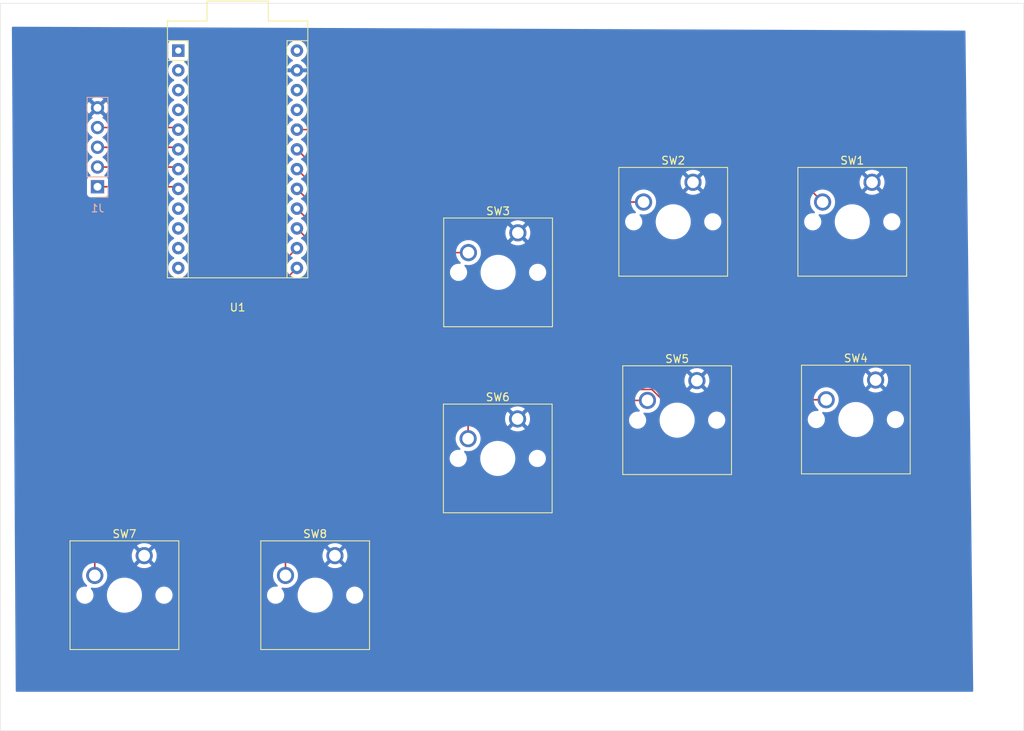
<source format=kicad_pcb>
(kicad_pcb (version 20241229) (generator "pcbnew") (generator_version "9.0")
  (layers (0 "F.Cu" signal) (2 "B.Cu" signal) (13 "F.Paste" user) (15 "B.Paste" user) (5 "F.SilkS" user "F.Silkscreen") (7 "B.SilkS" user "B.Silkscreen") (1 "F.Mask" user) (3 "B.Mask" user) (25 "Edge.Cuts" user))
  (net 0 "")
  (net 1 "GND")
  (net 2 "Net-(J1-Pin_1)")
  (net 3 "Net-(J1-Pin_2)")
  (net 4 "Net-(J1-Pin_3)")
  (net 5 "Net-(J1-Pin_4)")
  (net 13 "Net-(U1-D21{slash}A3)")
  (net 14 "Net-(U1-D20{slash}A2)")
  (net 15 "Net-(U1-D19{slash}A1)")
  (net 16 "Net-(U1-D18{slash}A0)")
  (net 17 "Net-(U1-D15)")
  (net 18 "Net-(U1-D14)")
  (net 19 "Net-(U1-D16)")
  (net 20 "Net-(U1-~D10{slash}A10)")
  (footprint "Button_Switch_Keyboard:SW_Cherry_MX_1.00u_PCB" (layer "F.Cu") (at 212.46 83.42)
    (property "Reference" "SW4" (at -2.54 -2.794 0) (layer "F.SilkS"))
    (property "Value" "SW_Push")
    (fp_line (start -9.525 -1.905) (end 4.445 -1.905) (stroke (width 0.12)) (layer "F.SilkS"))
    (fp_line (start -9.525 12.065) (end -9.525 -1.905) (stroke (width 0.12)) (layer "F.SilkS"))
    (fp_line (start 4.445 -1.905) (end 4.445 12.065) (stroke (width 0.12)) (layer "F.SilkS"))
    (fp_line (start 4.445 12.065) (end -9.525 12.065) (stroke (width 0.12)) (layer "F.SilkS"))
    (pad "" np_thru_hole circle (at -7.62 5.08) (size 1.7 1.7) (drill 1.7) (layers "*.Cu" "*.Mask"))
    (pad "" np_thru_hole circle (at -2.54 5.08) (size 4 4) (drill 4) (layers "*.Cu" "*.Mask"))
    (pad "" np_thru_hole circle (at 2.54 5.08) (size 1.7 1.7) (drill 1.7) (layers "*.Cu" "*.Mask"))
    (pad "1" thru_hole circle (at 0 0) (size 2.2 2.2) (drill 1.5) (layers "*.Cu" "*.Mask") (net 1 "GND"))
    (pad "2" thru_hole circle (at -6.35 2.54) (size 2.2 2.2) (drill 1.5) (layers "*.Cu" "*.Mask") (net 16 "Net-(U1-D18{slash}A0)"))
  )
  (footprint "Button_Switch_Keyboard:SW_Cherry_MX_1.00u_PCB" (layer "F.Cu") (at 212 58)
    (property "Reference" "SW1" (at -2.54 -2.794 0) (layer "F.SilkS"))
    (property "Value" "SW_Push")
    (fp_line (start -9.525 -1.905) (end 4.445 -1.905) (stroke (width 0.12)) (layer "F.SilkS"))
    (fp_line (start -9.525 12.065) (end -9.525 -1.905) (stroke (width 0.12)) (layer "F.SilkS"))
    (fp_line (start 4.445 -1.905) (end 4.445 12.065) (stroke (width 0.12)) (layer "F.SilkS"))
    (fp_line (start 4.445 12.065) (end -9.525 12.065) (stroke (width 0.12)) (layer "F.SilkS"))
    (pad "" np_thru_hole circle (at -7.62 5.08) (size 1.7 1.7) (drill 1.7) (layers "*.Cu" "*.Mask"))
    (pad "" np_thru_hole circle (at -2.54 5.08) (size 4 4) (drill 4) (layers "*.Cu" "*.Mask"))
    (pad "" np_thru_hole circle (at 2.54 5.08) (size 1.7 1.7) (drill 1.7) (layers "*.Cu" "*.Mask"))
    (pad "1" thru_hole circle (at 0 0) (size 2.2 2.2) (drill 1.5) (layers "*.Cu" "*.Mask") (net 1 "GND"))
    (pad "2" thru_hole circle (at -6.35 2.54) (size 2.2 2.2) (drill 1.5) (layers "*.Cu" "*.Mask") (net 13 "Net-(U1-D21{slash}A3)"))
  )
  (footprint "Button_Switch_Keyboard:SW_Cherry_MX_1.00u_PCB" (layer "F.Cu") (at 143 106)
    (property "Reference" "SW8" (at -2.54 -2.794 0) (layer "F.SilkS"))
    (property "Value" "SW_Push")
    (fp_line (start -9.525 -1.905) (end 4.445 -1.905) (stroke (width 0.12)) (layer "F.SilkS"))
    (fp_line (start -9.525 12.065) (end -9.525 -1.905) (stroke (width 0.12)) (layer "F.SilkS"))
    (fp_line (start 4.445 -1.905) (end 4.445 12.065) (stroke (width 0.12)) (layer "F.SilkS"))
    (fp_line (start 4.445 12.065) (end -9.525 12.065) (stroke (width 0.12)) (layer "F.SilkS"))
    (pad "" np_thru_hole circle (at -7.62 5.08) (size 1.7 1.7) (drill 1.7) (layers "*.Cu" "*.Mask"))
    (pad "" np_thru_hole circle (at -2.54 5.08) (size 4 4) (drill 4) (layers "*.Cu" "*.Mask"))
    (pad "" np_thru_hole circle (at 2.54 5.08) (size 1.7 1.7) (drill 1.7) (layers "*.Cu" "*.Mask"))
    (pad "1" thru_hole circle (at 0 0) (size 2.2 2.2) (drill 1.5) (layers "*.Cu" "*.Mask") (net 1 "GND"))
    (pad "2" thru_hole circle (at -6.35 2.54) (size 2.2 2.2) (drill 1.5) (layers "*.Cu" "*.Mask") (net 20 "Net-(U1-~D10{slash}A10)"))
  )
  (footprint "Button_Switch_Keyboard:SW_Cherry_MX_1.00u_PCB" (layer "F.Cu") (at 189 58)
    (property "Reference" "SW2" (at -2.54 -2.794 0) (layer "F.SilkS"))
    (property "Value" "SW_Push")
    (fp_line (start -9.525 -1.905) (end 4.445 -1.905) (stroke (width 0.12)) (layer "F.SilkS"))
    (fp_line (start -9.525 12.065) (end -9.525 -1.905) (stroke (width 0.12)) (layer "F.SilkS"))
    (fp_line (start 4.445 -1.905) (end 4.445 12.065) (stroke (width 0.12)) (layer "F.SilkS"))
    (fp_line (start 4.445 12.065) (end -9.525 12.065) (stroke (width 0.12)) (layer "F.SilkS"))
    (pad "" np_thru_hole circle (at -7.62 5.08) (size 1.7 1.7) (drill 1.7) (layers "*.Cu" "*.Mask"))
    (pad "" np_thru_hole circle (at -2.54 5.08) (size 4 4) (drill 4) (layers "*.Cu" "*.Mask"))
    (pad "" np_thru_hole circle (at 2.54 5.08) (size 1.7 1.7) (drill 1.7) (layers "*.Cu" "*.Mask"))
    (pad "1" thru_hole circle (at 0 0) (size 2.2 2.2) (drill 1.5) (layers "*.Cu" "*.Mask") (net 1 "GND"))
    (pad "2" thru_hole circle (at -6.35 2.54) (size 2.2 2.2) (drill 1.5) (layers "*.Cu" "*.Mask") (net 14 "Net-(U1-D20{slash}A2)"))
  )
  (footprint "Button_Switch_Keyboard:SW_Cherry_MX_1.00u_PCB" (layer "F.Cu") (at 189.5 83.5)
    (property "Reference" "SW5" (at -2.54 -2.794 0) (layer "F.SilkS"))
    (property "Value" "SW_Push")
    (fp_line (start -9.525 -1.905) (end 4.445 -1.905) (stroke (width 0.12)) (layer "F.SilkS"))
    (fp_line (start -9.525 12.065) (end -9.525 -1.905) (stroke (width 0.12)) (layer "F.SilkS"))
    (fp_line (start 4.445 -1.905) (end 4.445 12.065) (stroke (width 0.12)) (layer "F.SilkS"))
    (fp_line (start 4.445 12.065) (end -9.525 12.065) (stroke (width 0.12)) (layer "F.SilkS"))
    (pad "" np_thru_hole circle (at -7.62 5.08) (size 1.7 1.7) (drill 1.7) (layers "*.Cu" "*.Mask"))
    (pad "" np_thru_hole circle (at -2.54 5.08) (size 4 4) (drill 4) (layers "*.Cu" "*.Mask"))
    (pad "" np_thru_hole circle (at 2.54 5.08) (size 1.7 1.7) (drill 1.7) (layers "*.Cu" "*.Mask"))
    (pad "1" thru_hole circle (at 0 0) (size 2.2 2.2) (drill 1.5) (layers "*.Cu" "*.Mask") (net 1 "GND"))
    (pad "2" thru_hole circle (at -6.35 2.54) (size 2.2 2.2) (drill 1.5) (layers "*.Cu" "*.Mask") (net 17 "Net-(U1-D15)"))
  )
  (footprint "Button_Switch_Keyboard:SW_Cherry_MX_1.00u_PCB" (layer "F.Cu") (at 118.5 106)
    (property "Reference" "SW7" (at -2.54 -2.794 0) (layer "F.SilkS"))
    (property "Value" "SW_Push")
    (fp_line (start -9.525 -1.905) (end 4.445 -1.905) (stroke (width 0.12)) (layer "F.SilkS"))
    (fp_line (start -9.525 12.065) (end -9.525 -1.905) (stroke (width 0.12)) (layer "F.SilkS"))
    (fp_line (start 4.445 -1.905) (end 4.445 12.065) (stroke (width 0.12)) (layer "F.SilkS"))
    (fp_line (start 4.445 12.065) (end -9.525 12.065) (stroke (width 0.12)) (layer "F.SilkS"))
    (pad "" np_thru_hole circle (at -7.62 5.08) (size 1.7 1.7) (drill 1.7) (layers "*.Cu" "*.Mask"))
    (pad "" np_thru_hole circle (at -2.54 5.08) (size 4 4) (drill 4) (layers "*.Cu" "*.Mask"))
    (pad "" np_thru_hole circle (at 2.54 5.08) (size 1.7 1.7) (drill 1.7) (layers "*.Cu" "*.Mask"))
    (pad "1" thru_hole circle (at 0 0) (size 2.2 2.2) (drill 1.5) (layers "*.Cu" "*.Mask") (net 1 "GND"))
    (pad "2" thru_hole circle (at -6.35 2.54) (size 2.2 2.2) (drill 1.5) (layers "*.Cu" "*.Mask") (net 19 "Net-(U1-D16)"))
  )
  (footprint "Button_Switch_Keyboard:SW_Cherry_MX_1.00u_PCB" (layer "F.Cu") (at 166.5 64.5)
    (property "Reference" "SW3" (at -2.54 -2.794 0) (layer "F.SilkS"))
    (property "Value" "SW_Push")
    (fp_line (start -9.525 -1.905) (end 4.445 -1.905) (stroke (width 0.12)) (layer "F.SilkS"))
    (fp_line (start -9.525 12.065) (end -9.525 -1.905) (stroke (width 0.12)) (layer "F.SilkS"))
    (fp_line (start 4.445 -1.905) (end 4.445 12.065) (stroke (width 0.12)) (layer "F.SilkS"))
    (fp_line (start 4.445 12.065) (end -9.525 12.065) (stroke (width 0.12)) (layer "F.SilkS"))
    (pad "" np_thru_hole circle (at -7.62 5.08) (size 1.7 1.7) (drill 1.7) (layers "*.Cu" "*.Mask"))
    (pad "" np_thru_hole circle (at -2.54 5.08) (size 4 4) (drill 4) (layers "*.Cu" "*.Mask"))
    (pad "" np_thru_hole circle (at 2.54 5.08) (size 1.7 1.7) (drill 1.7) (layers "*.Cu" "*.Mask"))
    (pad "1" thru_hole circle (at 0 0) (size 2.2 2.2) (drill 1.5) (layers "*.Cu" "*.Mask") (net 1 "GND"))
    (pad "2" thru_hole circle (at -6.35 2.54) (size 2.2 2.2) (drill 1.5) (layers "*.Cu" "*.Mask") (net 15 "Net-(U1-D19{slash}A1)"))
  )
  (footprint "Button_Switch_Keyboard:SW_Cherry_MX_1.00u_PCB" (layer "F.Cu") (at 166.46 88.42)
    (property "Reference" "SW6" (at -2.54 -2.794 0) (layer "F.SilkS"))
    (property "Value" "SW_Push")
    (fp_line (start -9.525 -1.905) (end 4.445 -1.905) (stroke (width 0.12)) (layer "F.SilkS"))
    (fp_line (start -9.525 12.065) (end -9.525 -1.905) (stroke (width 0.12)) (layer "F.SilkS"))
    (fp_line (start 4.445 -1.905) (end 4.445 12.065) (stroke (width 0.12)) (layer "F.SilkS"))
    (fp_line (start 4.445 12.065) (end -9.525 12.065) (stroke (width 0.12)) (layer "F.SilkS"))
    (pad "" np_thru_hole circle (at -7.62 5.08) (size 1.7 1.7) (drill 1.7) (layers "*.Cu" "*.Mask"))
    (pad "" np_thru_hole circle (at -2.54 5.08) (size 4 4) (drill 4) (layers "*.Cu" "*.Mask"))
    (pad "" np_thru_hole circle (at 2.54 5.08) (size 1.7 1.7) (drill 1.7) (layers "*.Cu" "*.Mask"))
    (pad "1" thru_hole circle (at 0 0) (size 2.2 2.2) (drill 1.5) (layers "*.Cu" "*.Mask") (net 1 "GND"))
    (pad "2" thru_hole circle (at -6.35 2.54) (size 2.2 2.2) (drill 1.5) (layers "*.Cu" "*.Mask") (net 18 "Net-(U1-D14)"))
  )
  (footprint "ArcadeController:Sparkfun_Pro_Micro" (layer "F.Cu") (at 138.12 69.01 180)
    (property "Reference" "U1" (at 7.62 -5.08 0) (layer "F.SilkS"))
    (property "Value" "Sparkfun_Pro_Micro")
    (fp_line (start 16.637 31.75) (end 16.64 -1.27) (stroke (width 0.12)) (layer "F.SilkS"))
    (fp_line (start 16.637 -1.27) (end 1.27 -1.27) (stroke (width 0.12)) (layer "F.SilkS"))
    (fp_line (start 13.97 29.21) (end 16.64 29.21) (stroke (width 0.12)) (layer "F.SilkS"))
    (fp_line (start 13.97 26.67) (end 16.64 26.67) (stroke (width 0.12)) (layer "F.SilkS"))
    (fp_line (start 13.97 -1.27) (end 16.64 -1.27) (stroke (width 0.12)) (layer "F.SilkS"))
    (fp_line (start 13.97 -1.27) (end 13.97 29.21) (stroke (width 0.12)) (layer "F.SilkS"))
    (fp_line (start 11.557 34.29) (end 11.557 31.75) (stroke (width 0.12)) (layer "F.SilkS"))
    (fp_line (start 11.557 31.75) (end 16.637 31.75) (stroke (width 0.12)) (layer "F.SilkS"))
    (fp_line (start 3.683 34.29) (end 11.557 34.29) (stroke (width 0.12)) (layer "F.SilkS"))
    (fp_line (start 3.683 34.29) (end 3.683 31.75) (stroke (width 0.12)) (layer "F.SilkS"))
    (fp_line (start 1.27 29.21) (end -1.4 29.21) (stroke (width 0.12)) (layer "F.SilkS"))
    (fp_line (start 1.27 1.27) (end 1.27 29.21) (stroke (width 0.12)) (layer "F.SilkS"))
    (fp_line (start 1.27 1.27) (end 1.27 -1.27) (stroke (width 0.12)) (layer "F.SilkS"))
    (fp_line (start 1.27 -1.27) (end -1.397 -1.27) (stroke (width 0.12)) (layer "F.SilkS"))
    (fp_line (start -1.397 31.75) (end 3.683 31.75) (stroke (width 0.12)) (layer "F.SilkS"))
    (fp_line (start -1.397 -1.27) (end -1.397 31.75) (stroke (width 0.12)) (layer "F.SilkS"))
    (pad "1" thru_hole rect (at 15.24 27.94 180) (size 1.6 1.6) (drill 0.8) (layers "*.Cu" "*.Mask"))
    (pad "2" thru_hole oval (at 15.24 25.4 180) (size 1.6 1.6) (drill 0.8) (layers "*.Cu" "*.Mask"))
    (pad "3" thru_hole oval (at 15.24 22.86 180) (size 1.6 1.6) (drill 0.8) (layers "*.Cu" "*.Mask"))
    (pad "4" thru_hole oval (at 15.24 20.32 180) (size 1.6 1.6) (drill 0.8) (layers "*.Cu" "*.Mask"))
    (pad "5" thru_hole oval (at 15.24 17.78 180) (size 1.6 1.6) (drill 0.8) (layers "*.Cu" "*.Mask") (net 5 "Net-(J1-Pin_4)"))
    (pad "6" thru_hole oval (at 15.24 15.24 180) (size 1.6 1.6) (drill 0.8) (layers "*.Cu" "*.Mask") (net 4 "Net-(J1-Pin_3)"))
    (pad "7" thru_hole oval (at 15.24 12.7 180) (size 1.6 1.6) (drill 0.8) (layers "*.Cu" "*.Mask") (net 3 "Net-(J1-Pin_2)"))
    (pad "8" thru_hole oval (at 15.24 10.16 180) (size 1.6 1.6) (drill 0.8) (layers "*.Cu" "*.Mask") (net 2 "Net-(J1-Pin_1)"))
    (pad "9" thru_hole oval (at 15.24 7.62 180) (size 1.6 1.6) (drill 0.8) (layers "*.Cu" "*.Mask"))
    (pad "10" thru_hole oval (at 15.24 5.08 180) (size 1.6 1.6) (drill 0.8) (layers "*.Cu" "*.Mask"))
    (pad "11" thru_hole oval (at 15.24 2.54 180) (size 1.6 1.6) (drill 0.8) (layers "*.Cu" "*.Mask"))
    (pad "12" thru_hole oval (at 15.24 0 180) (size 1.6 1.6) (drill 0.8) (layers "*.Cu" "*.Mask"))
    (pad "13" thru_hole oval (at 0 0 180) (size 1.6 1.6) (drill 0.8) (layers "*.Cu" "*.Mask") (net 20 "Net-(U1-~D10{slash}A10)"))
    (pad "14" thru_hole oval (at 0 2.54 180) (size 1.6 1.6) (drill 0.8) (layers "*.Cu" "*.Mask") (net 19 "Net-(U1-D16)"))
    (pad "15" thru_hole oval (at 0 5.08 180) (size 1.6 1.6) (drill 0.8) (layers "*.Cu" "*.Mask") (net 18 "Net-(U1-D14)"))
    (pad "16" thru_hole oval (at 0 7.62 180) (size 1.6 1.6) (drill 0.8) (layers "*.Cu" "*.Mask") (net 17 "Net-(U1-D15)"))
    (pad "17" thru_hole oval (at 0 10.16 180) (size 1.6 1.6) (drill 0.8) (layers "*.Cu" "*.Mask") (net 16 "Net-(U1-D18{slash}A0)"))
    (pad "18" thru_hole oval (at 0 12.7 180) (size 1.6 1.6) (drill 0.8) (layers "*.Cu" "*.Mask") (net 15 "Net-(U1-D19{slash}A1)"))
    (pad "19" thru_hole oval (at 0 15.24 180) (size 1.6 1.6) (drill 0.8) (layers "*.Cu" "*.Mask") (net 14 "Net-(U1-D20{slash}A2)"))
    (pad "20" thru_hole oval (at 0 17.78 180) (size 1.6 1.6) (drill 0.8) (layers "*.Cu" "*.Mask") (net 13 "Net-(U1-D21{slash}A3)"))
    (pad "21" thru_hole oval (at 0 20.32 180) (size 1.6 1.6) (drill 0.8) (layers "*.Cu" "*.Mask"))
    (pad "22" thru_hole oval (at 0 22.86 180) (size 1.6 1.6) (drill 0.8) (layers "*.Cu" "*.Mask"))
    (pad "23" thru_hole oval (at 0 25.4 180) (size 1.6 1.6) (drill 0.8) (layers "*.Cu" "*.Mask") (net 1 "GND"))
    (pad "24" thru_hole oval (at 0 27.94 180) (size 1.6 1.6) (drill 0.8) (layers "*.Cu" "*.Mask"))
  )
  (footprint "Connector_PinSocket_2.54mm:PinSocket_1x05_P2.54mm_Vertical" (layer "B.Cu") (at 112.5 58.58)
    (property "Reference" "J1" (at 0 2.77 0) (layer "B.SilkS") (effects (justify mirror)))
    (property "Value" "Conn_01x05_Pin")
    (fp_line (start -1.33 -11.49) (end 1.33 -11.49) (stroke (width 0.12)) (layer "B.SilkS"))
    (fp_line (start -1.33 -1.27) (end -1.33 -11.49) (stroke (width 0.12)) (layer "B.SilkS"))
    (fp_line (start -1.33 -1.27) (end 1.33 -1.27) (stroke (width 0.12)) (layer "B.SilkS"))
    (fp_line (start 0 1.33) (end 1.33 1.33) (stroke (width 0.12)) (layer "B.SilkS"))
    (fp_line (start 1.33 -1.27) (end 1.33 -11.49) (stroke (width 0.12)) (layer "B.SilkS"))
    (fp_line (start 1.33 1.33) (end 1.33 0) (stroke (width 0.12)) (layer "B.SilkS"))
    (pad "1" thru_hole rect (at 0 0) (size 1.7 1.7) (drill 1) (layers "*.Cu" "*.Mask") (net 2 "Net-(J1-Pin_1)"))
    (pad "2" thru_hole circle (at 0 -2.54) (size 1.7 1.7) (drill 1) (layers "*.Cu" "*.Mask") (net 3 "Net-(J1-Pin_2)"))
    (pad "3" thru_hole circle (at 0 -5.08) (size 1.7 1.7) (drill 1) (layers "*.Cu" "*.Mask") (net 4 "Net-(J1-Pin_3)"))
    (pad "4" thru_hole circle (at 0 -7.62) (size 1.7 1.7) (drill 1) (layers "*.Cu" "*.Mask") (net 5 "Net-(J1-Pin_4)"))
    (pad "5" thru_hole circle (at 0 -10.16) (size 1.7 1.7) (drill 1) (layers "*.Cu" "*.Mask") (net 1 "GND"))
  )
  (gr_rect (start 100 35) (end 231.5 128.5) (stroke (width 0.05)) (fill no) (layer "Edge.Cuts"))
  (segment (start 112.5 58.58) (end 122.61 58.58) (width 0.2) (layer "F.Cu") (net 2))
  (segment (start 122.61 58.58) (end 122.88 58.85) (width 0.2) (layer "F.Cu") (net 2))
  (segment (start 122.61 56.04) (end 122.88 56.31) (width 0.2) (layer "F.Cu") (net 3))
  (segment (start 112.5 56.04) (end 122.61 56.04) (width 0.2) (layer "F.Cu") (net 3))
  (segment (start 112.5 53.5) (end 122.61 53.5) (width 0.2) (layer "F.Cu") (net 4))
  (segment (start 122.61 53.5) (end 122.88 53.77) (width 0.2) (layer "F.Cu") (net 4))
  (segment (start 122.61 50.96) (end 122.88 51.23) (width 0.2) (layer "F.Cu") (net 5))
  (segment (start 112.5 50.96) (end 122.61 50.96) (width 0.2) (layer "F.Cu") (net 5))
  (segment (start 138.12 51.23) (end 196.34 51.23) (width 0.2) (layer "F.Cu") (net 13))
  (segment (start 196.34 51.23) (end 205.65 60.54) (width 0.2) (layer "F.Cu") (net 13))
  (segment (start 182.65 60.54) (end 144.89 60.54) (width 0.2) (layer "F.Cu") (net 14))
  (segment (start 144.89 60.54) (end 138.12 53.77) (width 0.2) (layer "F.Cu") (net 14))
  (segment (start 160.15 67.04) (end 148.85 67.04) (width 0.2) (layer "F.Cu") (net 15))
  (segment (start 148.85 67.04) (end 138.12 56.31) (width 0.2) (layer "F.Cu") (net 15))
  (segment (start 206.11 85.96) (end 185.051314 85.96) (width 0.2) (layer "F.Cu") (net 16))
  (segment (start 163.909 84.639) (end 138.12 58.85) (width 0.2) (layer "F.Cu") (net 16))
  (segment (start 185.051314 85.96) (end 183.730314 84.639) (width 0.2) (layer "F.Cu") (net 16))
  (segment (start 183.730314 84.639) (end 163.909 84.639) (width 0.2) (layer "F.Cu") (net 16))
  (segment (start 183.15 86.04) (end 162.77 86.04) (width 0.2) (layer "F.Cu") (net 17))
  (segment (start 162.77 86.04) (end 138.12 61.39) (width 0.2) (layer "F.Cu") (net 17))
  (segment (start 160.11 85.92) (end 138.12 63.93) (width 0.2) (layer "F.Cu") (net 18))
  (segment (start 160.11 90.96) (end 160.11 85.92) (width 0.2) (layer "F.Cu") (net 18))
  (segment (start 138.12 66.47) (end 112.15 92.44) (width 0.2) (layer "F.Cu") (net 19))
  (segment (start 112.15 92.44) (end 112.15 108.54) (width 0.2) (layer "F.Cu") (net 19))
  (segment (start 136.65 70.48) (end 138.12 69.01) (width 0.2) (layer "F.Cu") (net 20))
  (segment (start 136.65 108.54) (end 136.65 70.48) (width 0.2) (layer "F.Cu") (net 20))
  (zone (net 1) (net_name "GND") (layer "B.Cu") (connect_pads (clearance 0.5)) (min_thickness 0.25) (fill yes (thermal_gap 0.5) (thermal_bridge_width 0.5))
    (polygon (pts (xy 101.5 38) (xy 102 123.5) (xy 225 123.5) (xy 224 38.5)))
  )
)
</source>
